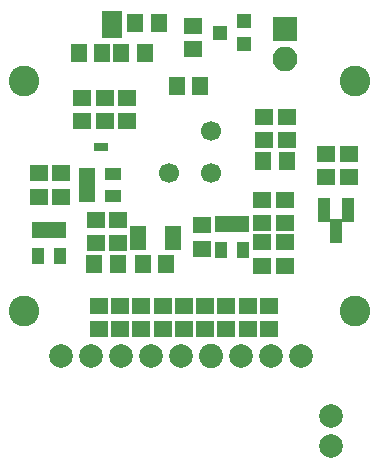
<source format=gts>
%TF.GenerationSoftware,KiCad,Pcbnew,no-vcs-found-72d4889~60~ubuntu16.04.1*%
%TF.CreationDate,2017-10-20T12:27:02+05:30*%
%TF.ProjectId,sense_rev2,73656E73655F726576322E6B69636164,rev?*%
%TF.SameCoordinates,Original*%
%TF.FileFunction,Soldermask,Top*%
%TF.FilePolarity,Negative*%
%FSLAX46Y46*%
G04 Gerber Fmt 4.6, Leading zero omitted, Abs format (unit mm)*
G04 Created by KiCad (PCBNEW no-vcs-found-72d4889~60~ubuntu16.04.1) date Fri Oct 20 12:27:02 2017*
%MOMM*%
%LPD*%
G01*
G04 APERTURE LIST*
%ADD10C,2.000000*%
%ADD11C,2.050000*%
%ADD12C,2.010000*%
%ADD13R,2.100000X2.100000*%
%ADD14O,2.100000X2.100000*%
%ADD15R,1.650000X1.400000*%
%ADD16R,1.400000X1.650000*%
%ADD17R,1.400000X2.000000*%
%ADD18R,1.000000X2.150000*%
%ADD19R,1.300000X1.200000*%
%ADD20C,1.700000*%
%ADD21R,1.050000X1.460000*%
%ADD22R,0.680000X1.250000*%
%ADD23R,0.680000X1.150000*%
%ADD24R,1.460000X1.050000*%
%ADD25R,0.700000X0.750000*%
%ADD26C,2.600000*%
G04 APERTURE END LIST*
D10*
%TO.C,U5*%
X112000000Y-122354000D03*
X112000000Y-124894000D03*
X109460000Y-117274000D03*
X106920000Y-117274000D03*
D11*
X101840000Y-117274000D03*
D10*
X104380000Y-117274000D03*
D12*
X99300000Y-117274000D03*
X96760000Y-117274000D03*
X94220000Y-117274000D03*
X91680000Y-117274000D03*
X89140000Y-117274000D03*
%TD*%
D13*
%TO.C,BT1*%
X108100000Y-89600000D03*
D14*
X108100000Y-92140000D03*
%TD*%
D15*
%TO.C,C1*%
X94100000Y-115000000D03*
X94100000Y-113000000D03*
%TD*%
D16*
%TO.C,C2*%
X96000000Y-109500000D03*
X98000000Y-109500000D03*
%TD*%
D15*
%TO.C,C3*%
X106300000Y-99000000D03*
X106300000Y-97000000D03*
%TD*%
%TO.C,C4*%
X93925000Y-107725000D03*
X93925000Y-105725000D03*
%TD*%
%TO.C,C5*%
X99500000Y-115000000D03*
X99500000Y-113000000D03*
%TD*%
%TO.C,C6*%
X108050000Y-107650000D03*
X108050000Y-109650000D03*
%TD*%
%TO.C,C7*%
X106150000Y-106050000D03*
X106150000Y-104050000D03*
%TD*%
%TO.C,C8*%
X100300000Y-91300000D03*
X100300000Y-89300000D03*
%TD*%
D16*
%TO.C,C9*%
X97400000Y-89100000D03*
X95400000Y-89100000D03*
%TD*%
D15*
%TO.C,C10*%
X106700000Y-115000000D03*
X106700000Y-113000000D03*
%TD*%
%TO.C,C11*%
X101300000Y-115000000D03*
X101300000Y-113000000D03*
%TD*%
%TO.C,C12*%
X92800000Y-95400000D03*
X92800000Y-97400000D03*
%TD*%
%TO.C,C13*%
X89100000Y-101800000D03*
X89100000Y-103800000D03*
%TD*%
%TO.C,C14*%
X87200000Y-101800000D03*
X87200000Y-103800000D03*
%TD*%
D16*
%TO.C,C15*%
X100900000Y-94400000D03*
X98900000Y-94400000D03*
%TD*%
D15*
%TO.C,C16*%
X94700000Y-97400000D03*
X94700000Y-95400000D03*
%TD*%
D17*
%TO.C,D1*%
X95600000Y-107300000D03*
X98600000Y-107300000D03*
%TD*%
D18*
%TO.C,JP1*%
X113400000Y-104925000D03*
X111400000Y-104925000D03*
X112400000Y-106675000D03*
%TD*%
D16*
%TO.C,L1*%
X92600000Y-91600000D03*
X90600000Y-91600000D03*
%TD*%
D19*
%TO.C,Q1*%
X104600000Y-90850000D03*
X104600000Y-88950000D03*
X102600000Y-89900000D03*
%TD*%
D20*
%TO.C,U1*%
X98204000Y-101796000D03*
X101796000Y-98204000D03*
X101796000Y-101796000D03*
%TD*%
D21*
%TO.C,U2*%
X89050000Y-106600000D03*
X88100000Y-106600000D03*
X87150000Y-106600000D03*
X87150000Y-108800000D03*
X89050000Y-108800000D03*
%TD*%
%TO.C,U3*%
X104550000Y-108300000D03*
X102650000Y-108300000D03*
X102650000Y-106100000D03*
X103600000Y-106100000D03*
X104550000Y-106100000D03*
%TD*%
D22*
%TO.C,U4*%
X92900000Y-89725000D03*
D23*
X93400000Y-89775000D03*
X93900000Y-89775000D03*
X93900000Y-88625000D03*
X93400000Y-88625000D03*
X92900000Y-88625000D03*
%TD*%
D24*
%TO.C,U6*%
X91300000Y-101850000D03*
X91300000Y-102800000D03*
X91300000Y-103750000D03*
X93500000Y-103750000D03*
X93500000Y-101850000D03*
%TD*%
D15*
%TO.C,R1*%
X95900000Y-113000000D03*
X95900000Y-115000000D03*
%TD*%
D16*
%TO.C,R2*%
X106200000Y-100800000D03*
X108200000Y-100800000D03*
%TD*%
D15*
%TO.C,R3*%
X108200000Y-97000000D03*
X108200000Y-99000000D03*
%TD*%
D16*
%TO.C,R4*%
X91900000Y-109500000D03*
X93900000Y-109500000D03*
%TD*%
D15*
%TO.C,R5*%
X92025000Y-105725000D03*
X92025000Y-107725000D03*
%TD*%
%TO.C,R6*%
X97700000Y-113000000D03*
X97700000Y-115000000D03*
%TD*%
%TO.C,R7*%
X106150000Y-109650000D03*
X106150000Y-107650000D03*
%TD*%
%TO.C,R8*%
X108050000Y-104050000D03*
X108050000Y-106050000D03*
%TD*%
%TO.C,R9*%
X113450000Y-102150000D03*
X113450000Y-100150000D03*
%TD*%
%TO.C,R10*%
X111550000Y-102150000D03*
X111550000Y-100150000D03*
%TD*%
%TO.C,R11*%
X103100000Y-113000000D03*
X103100000Y-115000000D03*
%TD*%
%TO.C,R12*%
X104900000Y-115000000D03*
X104900000Y-113000000D03*
%TD*%
D16*
%TO.C,R13*%
X96200000Y-91600000D03*
X94200000Y-91600000D03*
%TD*%
D15*
%TO.C,R14*%
X92300000Y-115000000D03*
X92300000Y-113000000D03*
%TD*%
%TO.C,R15*%
X90900000Y-97400000D03*
X90900000Y-95400000D03*
%TD*%
D25*
%TO.C,R16*%
X92780000Y-99600000D03*
X92220000Y-99600000D03*
%TD*%
D15*
%TO.C,C17*%
X101000000Y-108200000D03*
X101000000Y-106200000D03*
%TD*%
D26*
%TO.C,P1*%
X114000000Y-113500000D03*
%TD*%
%TO.C,P2*%
X86000000Y-113500000D03*
%TD*%
%TO.C,P3*%
X86000000Y-94000000D03*
%TD*%
%TO.C,P4*%
X114000000Y-94000000D03*
%TD*%
M02*

</source>
